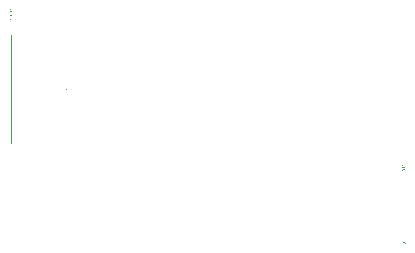
<source format=gm1>
G04*
G04 #@! TF.GenerationSoftware,Altium Limited,Altium Designer,24.2.2 (26)*
G04*
G04 Layer_Color=16711935*
%FSLAX44Y44*%
%MOMM*%
G71*
G04*
G04 #@! TF.SameCoordinates,ED65E515-8F89-4409-9B4D-6018ACB33687*
G04*
G04*
G04 #@! TF.FilePolarity,Positive*
G04*
G01*
G75*
%ADD15C,0.1000*%
G36*
X55105Y241030D02*
X55156Y241020D01*
X55199Y241005D01*
X55235Y240990D01*
X55265Y240972D01*
X55288Y240959D01*
X55301Y240949D01*
X55306Y240944D01*
X55342Y240908D01*
X55369Y240870D01*
X55392Y240830D01*
X55408Y240789D01*
X55420Y240753D01*
X55430Y240725D01*
X55433Y240715D01*
Y240708D01*
X55436Y240702D01*
Y240700D01*
X55278Y240672D01*
X55270Y240713D01*
X55260Y240748D01*
X55248Y240776D01*
X55235Y240802D01*
X55222Y240819D01*
X55212Y240835D01*
X55204Y240842D01*
X55202Y240845D01*
X55176Y240865D01*
X55151Y240878D01*
X55126Y240888D01*
X55103Y240896D01*
X55082Y240901D01*
X55065Y240903D01*
X55049D01*
X55016Y240901D01*
X54986Y240893D01*
X54960Y240885D01*
X54938Y240875D01*
X54920Y240863D01*
X54907Y240855D01*
X54900Y240847D01*
X54897Y240845D01*
X54877Y240822D01*
X54864Y240799D01*
X54854Y240776D01*
X54846Y240753D01*
X54841Y240733D01*
X54839Y240718D01*
Y240708D01*
Y240702D01*
X54841Y240664D01*
X54851Y240631D01*
X54864Y240604D01*
X54879Y240581D01*
X54894Y240563D01*
X54907Y240550D01*
X54917Y240543D01*
X54920Y240540D01*
X54950Y240522D01*
X54981Y240509D01*
X55011Y240502D01*
X55039Y240497D01*
X55065Y240492D01*
X55082Y240489D01*
X55108D01*
X55115Y240492D01*
X55126D01*
X55141Y240355D01*
X55118Y240360D01*
X55095Y240365D01*
X55077Y240367D01*
X55062D01*
X55049Y240370D01*
X55032D01*
X54994Y240367D01*
X54958Y240360D01*
X54928Y240347D01*
X54900Y240334D01*
X54879Y240322D01*
X54864Y240309D01*
X54854Y240301D01*
X54851Y240299D01*
X54828Y240271D01*
X54811Y240243D01*
X54798Y240212D01*
X54788Y240184D01*
X54783Y240161D01*
X54780Y240141D01*
Y240128D01*
Y240123D01*
X54783Y240083D01*
X54793Y240047D01*
X54803Y240014D01*
X54818Y239989D01*
X54831Y239966D01*
X54844Y239948D01*
X54854Y239938D01*
X54856Y239935D01*
X54887Y239910D01*
X54917Y239892D01*
X54950Y239877D01*
X54978Y239869D01*
X55004Y239864D01*
X55026Y239862D01*
X55039Y239859D01*
X55044D01*
X55077Y239862D01*
X55108Y239869D01*
X55136Y239877D01*
X55159Y239890D01*
X55179Y239900D01*
X55192Y239907D01*
X55202Y239915D01*
X55204Y239918D01*
X55227Y239943D01*
X55245Y239974D01*
X55260Y240004D01*
X55273Y240037D01*
X55280Y240065D01*
X55288Y240088D01*
X55291Y240106D01*
X55293Y240108D01*
Y240111D01*
X55451Y240090D01*
X55441Y240035D01*
X55425Y239981D01*
X55405Y239938D01*
X55382Y239900D01*
X55362Y239869D01*
X55344Y239847D01*
X55331Y239834D01*
X55326Y239829D01*
X55283Y239796D01*
X55235Y239770D01*
X55189Y239755D01*
X55143Y239742D01*
X55103Y239735D01*
X55087Y239732D01*
X55072D01*
X55060Y239730D01*
X55044D01*
X55011Y239732D01*
X54978Y239735D01*
X54917Y239748D01*
X54866Y239765D01*
X54821Y239788D01*
X54785Y239809D01*
X54760Y239826D01*
X54750Y239834D01*
X54742Y239839D01*
X54739Y239844D01*
X54737D01*
X54714Y239867D01*
X54696Y239890D01*
X54679Y239913D01*
X54666Y239938D01*
X54643Y239984D01*
X54628Y240029D01*
X54620Y240068D01*
X54615Y240085D01*
Y240098D01*
X54612Y240111D01*
Y240118D01*
Y240123D01*
Y240126D01*
X54615Y240172D01*
X54623Y240210D01*
X54633Y240245D01*
X54643Y240276D01*
X54656Y240299D01*
X54666Y240317D01*
X54674Y240329D01*
X54676Y240332D01*
X54701Y240360D01*
X54729Y240382D01*
X54760Y240403D01*
X54788Y240418D01*
X54813Y240428D01*
X54836Y240436D01*
X54849Y240438D01*
X54851Y240441D01*
X54854D01*
X54823Y240456D01*
X54795Y240474D01*
X54775Y240492D01*
X54755Y240509D01*
X54739Y240525D01*
X54729Y240537D01*
X54724Y240545D01*
X54722Y240548D01*
X54707Y240573D01*
X54696Y240601D01*
X54686Y240626D01*
X54681Y240649D01*
X54679Y240669D01*
X54676Y240685D01*
Y240697D01*
Y240700D01*
X54679Y240733D01*
X54684Y240761D01*
X54691Y240789D01*
X54699Y240814D01*
X54709Y240835D01*
X54717Y240850D01*
X54722Y240860D01*
X54724Y240863D01*
X54742Y240891D01*
X54765Y240916D01*
X54788Y240936D01*
X54808Y240954D01*
X54828Y240969D01*
X54844Y240979D01*
X54854Y240984D01*
X54859Y240987D01*
X54892Y241002D01*
X54928Y241012D01*
X54958Y241023D01*
X54988Y241028D01*
X55014Y241030D01*
X55034Y241033D01*
X55052D01*
X55105Y241030D01*
D02*
G37*
G36*
X55974Y241002D02*
X55997Y240969D01*
X56020Y240941D01*
X56042Y240916D01*
X56065Y240893D01*
X56083Y240875D01*
X56093Y240865D01*
X56098Y240860D01*
X56136Y240830D01*
X56175Y240799D01*
X56213Y240774D01*
X56248Y240753D01*
X56281Y240736D01*
X56304Y240720D01*
X56314Y240718D01*
X56322Y240713D01*
X56325Y240710D01*
X56327D01*
Y240560D01*
X56299Y240571D01*
X56271Y240583D01*
X56243Y240596D01*
X56218Y240609D01*
X56198Y240621D01*
X56180Y240631D01*
X56170Y240637D01*
X56164Y240639D01*
X56131Y240659D01*
X56101Y240680D01*
X56076Y240697D01*
X56053Y240715D01*
X56035Y240728D01*
X56022Y240738D01*
X56015Y240746D01*
X56012Y240748D01*
Y239750D01*
X55855D01*
Y241033D01*
X55956D01*
X55974Y241002D01*
D02*
G37*
G36*
X57673Y240291D02*
X57671Y240220D01*
X57666Y240154D01*
X57658Y240101D01*
X57648Y240055D01*
X57640Y240017D01*
X57635Y240002D01*
X57633Y239991D01*
X57630Y239981D01*
X57628Y239974D01*
X57625Y239971D01*
Y239968D01*
X57605Y239928D01*
X57579Y239892D01*
X57551Y239862D01*
X57526Y239836D01*
X57501Y239816D01*
X57480Y239803D01*
X57467Y239793D01*
X57462Y239791D01*
X57417Y239770D01*
X57368Y239755D01*
X57318Y239745D01*
X57272Y239737D01*
X57231Y239732D01*
X57214D01*
X57198Y239730D01*
X57168D01*
X57102Y239732D01*
X57043Y239740D01*
X56993Y239753D01*
X56949Y239765D01*
X56916Y239775D01*
X56891Y239788D01*
X56876Y239796D01*
X56871Y239798D01*
X56830Y239826D01*
X56797Y239857D01*
X56771Y239887D01*
X56749Y239918D01*
X56733Y239943D01*
X56721Y239966D01*
X56716Y239979D01*
X56713Y239984D01*
X56698Y240029D01*
X56688Y240080D01*
X56677Y240131D01*
X56673Y240179D01*
X56670Y240225D01*
Y240243D01*
X56667Y240258D01*
Y240273D01*
Y240283D01*
Y240289D01*
Y240291D01*
Y241030D01*
X56838D01*
Y240291D01*
Y240248D01*
X56840Y240207D01*
X56845Y240172D01*
X56850Y240139D01*
X56855Y240108D01*
X56863Y240083D01*
X56871Y240060D01*
X56878Y240037D01*
X56886Y240019D01*
X56893Y240004D01*
X56901Y239994D01*
X56906Y239984D01*
X56916Y239971D01*
X56919Y239966D01*
X56952Y239938D01*
X56993Y239918D01*
X57036Y239902D01*
X57081Y239892D01*
X57119Y239887D01*
X57137Y239885D01*
X57153D01*
X57165Y239882D01*
X57183D01*
X57221Y239885D01*
X57259Y239890D01*
X57290Y239895D01*
X57318Y239902D01*
X57338Y239910D01*
X57356Y239918D01*
X57366Y239920D01*
X57368Y239923D01*
X57394Y239940D01*
X57417Y239961D01*
X57435Y239981D01*
X57447Y239999D01*
X57460Y240017D01*
X57467Y240032D01*
X57470Y240042D01*
X57473Y240045D01*
X57483Y240078D01*
X57490Y240116D01*
X57495Y240156D01*
X57498Y240197D01*
X57501Y240235D01*
X57503Y240263D01*
Y240276D01*
Y240283D01*
Y240289D01*
Y240291D01*
Y241030D01*
X57673D01*
Y240291D01*
D02*
G37*
G36*
X341150Y176537D02*
X341206D01*
X341262Y176534D01*
X341311Y176527D01*
X341360Y176523D01*
X341402Y176520D01*
X341441Y176513D01*
X341476Y176509D01*
X341507Y176502D01*
X341532Y176499D01*
X341553Y176495D01*
X341571Y176492D01*
X341581Y176488D01*
X341588Y176485D01*
X341592D01*
X341669Y176464D01*
X341739Y176439D01*
X341798Y176411D01*
X341851Y176390D01*
X341897Y176365D01*
X341928Y176351D01*
X341946Y176337D01*
X341953Y176334D01*
X342005Y176295D01*
X342051Y176257D01*
X342089Y176215D01*
X342124Y176176D01*
X342149Y176141D01*
X342166Y176113D01*
X342177Y176096D01*
X342180Y176092D01*
Y176088D01*
X342209Y176032D01*
X342226Y175973D01*
X342240Y175917D01*
X342251Y175864D01*
X342258Y175819D01*
X342261Y175780D01*
Y175748D01*
X342254Y175654D01*
X342240Y175566D01*
X342215Y175493D01*
X342191Y175429D01*
X342163Y175377D01*
X342152Y175356D01*
X342138Y175338D01*
X342131Y175324D01*
X342124Y175314D01*
X342117Y175310D01*
Y175307D01*
X342061Y175244D01*
X341995Y175191D01*
X341928Y175145D01*
X341865Y175110D01*
X341805Y175082D01*
X341781Y175068D01*
X341756Y175061D01*
X341739Y175054D01*
X341725Y175047D01*
X341718Y175044D01*
X341714D01*
X341662Y175030D01*
X341609Y175016D01*
X341493Y174995D01*
X341378Y174977D01*
X341269Y174967D01*
X341217Y174963D01*
X341171Y174960D01*
X341129D01*
X341090Y174956D01*
X341062D01*
X341038D01*
X341024D01*
X341020D01*
X340898Y174960D01*
X340782Y174967D01*
X340677Y174977D01*
X340579Y174995D01*
X340488Y175012D01*
X340407Y175033D01*
X340333Y175054D01*
X340270Y175075D01*
X340214Y175096D01*
X340165Y175121D01*
X340123Y175138D01*
X340091Y175156D01*
X340063Y175174D01*
X340046Y175184D01*
X340035Y175191D01*
X340032Y175195D01*
X339990Y175233D01*
X339951Y175275D01*
X339916Y175321D01*
X339888Y175366D01*
X339864Y175412D01*
X339842Y175457D01*
X339828Y175503D01*
X339814Y175545D01*
X339804Y175587D01*
X339797Y175626D01*
X339790Y175661D01*
X339786Y175689D01*
X339783Y175713D01*
Y175748D01*
X339790Y175843D01*
X339804Y175931D01*
X339828Y176004D01*
X339853Y176067D01*
X339878Y176120D01*
X339892Y176138D01*
X339902Y176155D01*
X339909Y176169D01*
X339916Y176180D01*
X339923Y176183D01*
Y176187D01*
X339983Y176250D01*
X340046Y176302D01*
X340116Y176348D01*
X340179Y176383D01*
X340239Y176411D01*
X340263Y176425D01*
X340288Y176432D01*
X340305Y176439D01*
X340319Y176446D01*
X340326Y176450D01*
X340330D01*
X340382Y176467D01*
X340435Y176481D01*
X340547Y176502D01*
X340663Y176520D01*
X340775Y176530D01*
X340824Y176534D01*
X340869Y176537D01*
X340912D01*
X340950Y176541D01*
X340978D01*
X341003D01*
X341017D01*
X341020D01*
X341087D01*
X341150Y176537D01*
D02*
G37*
G36*
X342261Y173999D02*
X342201Y173964D01*
X342145Y173926D01*
X342089Y173880D01*
X342040Y173838D01*
X341998Y173796D01*
X341963Y173764D01*
X341953Y173750D01*
X341942Y173740D01*
X341939Y173736D01*
X341935Y173733D01*
X341875Y173659D01*
X341819Y173586D01*
X341770Y173516D01*
X341732Y173445D01*
X341697Y173386D01*
X341683Y173361D01*
X341672Y173340D01*
X341662Y173323D01*
X341658Y173309D01*
X341651Y173302D01*
Y173298D01*
X341364D01*
X341385Y173351D01*
X341409Y173403D01*
X341434Y173456D01*
X341458Y173505D01*
X341479Y173547D01*
X341497Y173582D01*
X341511Y173603D01*
X341515Y173607D01*
Y173610D01*
X341553Y173673D01*
X341592Y173729D01*
X341627Y173778D01*
X341658Y173817D01*
X341683Y173852D01*
X341704Y173873D01*
X341718Y173891D01*
X341721Y173894D01*
X339825D01*
Y174192D01*
X342261D01*
Y173999D01*
D02*
G37*
G36*
X342251Y172334D02*
X340849D01*
X340768D01*
X340691Y172327D01*
X340624Y172320D01*
X340561Y172310D01*
X340505Y172299D01*
X340452Y172285D01*
X340407Y172275D01*
X340368Y172261D01*
X340337Y172247D01*
X340305Y172233D01*
X340284Y172219D01*
X340263Y172208D01*
X340249Y172198D01*
X340239Y172191D01*
X340235Y172187D01*
X340232Y172184D01*
X340204Y172152D01*
X340179Y172117D01*
X340140Y172040D01*
X340112Y171959D01*
X340095Y171875D01*
X340081Y171798D01*
X340077Y171766D01*
Y171735D01*
X340074Y171714D01*
Y171679D01*
X340077Y171605D01*
X340088Y171539D01*
X340098Y171476D01*
X340116Y171427D01*
X340130Y171385D01*
X340140Y171353D01*
X340151Y171335D01*
X340154Y171328D01*
X340186Y171279D01*
X340225Y171237D01*
X340263Y171202D01*
X340298Y171178D01*
X340333Y171157D01*
X340358Y171139D01*
X340375Y171132D01*
X340382Y171129D01*
X340414Y171118D01*
X340445Y171111D01*
X340519Y171097D01*
X340596Y171087D01*
X340673Y171080D01*
X340740Y171076D01*
X340771D01*
X340796Y171073D01*
X340817D01*
X340835D01*
X340845D01*
X340849D01*
X342251D01*
Y170750D01*
X340849D01*
X340778D01*
X340712Y170753D01*
X340649Y170757D01*
X340589Y170764D01*
X340537Y170771D01*
X340488Y170778D01*
X340442Y170789D01*
X340400Y170796D01*
X340361Y170803D01*
X340330Y170813D01*
X340302Y170820D01*
X340281Y170827D01*
X340263Y170834D01*
X340249Y170838D01*
X340242Y170841D01*
X340239D01*
X340162Y170880D01*
X340091Y170929D01*
X340035Y170978D01*
X339986Y171030D01*
X339948Y171076D01*
X339920Y171115D01*
X339913Y171129D01*
X339906Y171139D01*
X339899Y171146D01*
Y171150D01*
X339860Y171237D01*
X339832Y171328D01*
X339811Y171423D01*
X339797Y171511D01*
X339794Y171549D01*
X339790Y171588D01*
X339786Y171623D01*
Y171651D01*
X339783Y171675D01*
Y171707D01*
X339790Y171833D01*
X339797Y171889D01*
X339804Y171942D01*
X339814Y171994D01*
X339825Y172040D01*
X339836Y172082D01*
X339850Y172121D01*
X339864Y172156D01*
X339874Y172184D01*
X339885Y172212D01*
X339895Y172233D01*
X339906Y172250D01*
X339909Y172261D01*
X339916Y172268D01*
Y172271D01*
X339969Y172348D01*
X340028Y172411D01*
X340084Y172461D01*
X340140Y172503D01*
X340190Y172534D01*
X340228Y172555D01*
X340242Y172562D01*
X340253Y172569D01*
X340260Y172573D01*
X340263D01*
X340305Y172587D01*
X340351Y172601D01*
X340445Y172622D01*
X340544Y172636D01*
X340638Y172646D01*
X340680Y172650D01*
X340722Y172653D01*
X340757D01*
X340789Y172657D01*
X340813D01*
X340831D01*
X340845D01*
X340849D01*
X342251D01*
Y172334D01*
D02*
G37*
G36*
X341420Y110662D02*
X341490Y110655D01*
X341556Y110648D01*
X341616Y110641D01*
X341672Y110634D01*
X341725Y110623D01*
X341770Y110613D01*
X341809Y110602D01*
X341844Y110595D01*
X341875Y110585D01*
X341900Y110578D01*
X341917Y110571D01*
X341931Y110564D01*
X341938Y110560D01*
X341942D01*
X342026Y110518D01*
X342100Y110472D01*
X342163Y110420D01*
X342215Y110374D01*
X342254Y110329D01*
X342282Y110294D01*
X342292Y110280D01*
X342299Y110269D01*
X342306Y110266D01*
Y110262D01*
X342349Y110189D01*
X342380Y110115D01*
X342405Y110041D01*
X342419Y109975D01*
X342429Y109915D01*
X342433Y109891D01*
Y109873D01*
X342436Y109856D01*
Y109831D01*
X342433Y109771D01*
X342426Y109715D01*
X342415Y109659D01*
X342401Y109610D01*
X342363Y109516D01*
X342345Y109473D01*
X342324Y109438D01*
X342299Y109403D01*
X342282Y109375D01*
X342261Y109347D01*
X342243Y109326D01*
X342229Y109309D01*
X342219Y109298D01*
X342212Y109291D01*
X342208Y109288D01*
X342166Y109249D01*
X342117Y109218D01*
X342072Y109186D01*
X342023Y109162D01*
X341970Y109141D01*
X341921Y109123D01*
X341830Y109099D01*
X341784Y109088D01*
X341746Y109081D01*
X341707Y109078D01*
X341675Y109074D01*
X341651Y109070D01*
X341633D01*
X341619D01*
X341616D01*
X341549Y109074D01*
X341490Y109081D01*
X341430Y109088D01*
X341374Y109102D01*
X341325Y109120D01*
X341276Y109137D01*
X341234Y109155D01*
X341195Y109176D01*
X341160Y109193D01*
X341129Y109211D01*
X341104Y109228D01*
X341080Y109246D01*
X341062Y109260D01*
X341052Y109267D01*
X341045Y109274D01*
X341041Y109277D01*
X341003Y109316D01*
X340971Y109358D01*
X340939Y109400D01*
X340915Y109445D01*
X340894Y109488D01*
X340876Y109530D01*
X340852Y109610D01*
X340841Y109645D01*
X340834Y109680D01*
X340831Y109708D01*
X340827Y109736D01*
X340824Y109757D01*
Y109785D01*
X340827Y109852D01*
X340838Y109915D01*
X340852Y109971D01*
X340869Y110024D01*
X340883Y110062D01*
X340897Y110094D01*
X340908Y110115D01*
X340911Y110122D01*
X340946Y110178D01*
X340985Y110227D01*
X341023Y110269D01*
X341059Y110304D01*
X341094Y110329D01*
X341118Y110350D01*
X341136Y110364D01*
X341143Y110367D01*
X341115D01*
X341097D01*
X341087D01*
X341083D01*
X341013Y110364D01*
X340946Y110360D01*
X340887Y110353D01*
X340831Y110346D01*
X340785Y110336D01*
X340750Y110329D01*
X340736Y110325D01*
X340726D01*
X340722Y110322D01*
X340719D01*
X340656Y110304D01*
X340599Y110287D01*
X340550Y110269D01*
X340508Y110252D01*
X340477Y110238D01*
X340452Y110224D01*
X340435Y110217D01*
X340431Y110213D01*
X340393Y110185D01*
X340361Y110157D01*
X340333Y110129D01*
X340308Y110101D01*
X340287Y110080D01*
X340273Y110059D01*
X340266Y110045D01*
X340263Y110041D01*
X340242Y110003D01*
X340228Y109961D01*
X340217Y109922D01*
X340210Y109884D01*
X340207Y109852D01*
X340203Y109828D01*
Y109803D01*
X340207Y109747D01*
X340217Y109694D01*
X340231Y109649D01*
X340249Y109610D01*
X340263Y109582D01*
X340277Y109558D01*
X340287Y109544D01*
X340291Y109540D01*
X340330Y109505D01*
X340375Y109477D01*
X340424Y109452D01*
X340473Y109435D01*
X340515Y109421D01*
X340554Y109410D01*
X340568Y109407D01*
X340575D01*
X340582Y109403D01*
X340585D01*
X340561Y109116D01*
X340459Y109137D01*
X340372Y109165D01*
X340294Y109200D01*
X340231Y109235D01*
X340182Y109270D01*
X340161Y109288D01*
X340144Y109302D01*
X340133Y109312D01*
X340123Y109323D01*
X340119Y109326D01*
X340116Y109330D01*
X340088Y109365D01*
X340063Y109403D01*
X340024Y109481D01*
X339996Y109558D01*
X339979Y109631D01*
X339965Y109698D01*
X339961Y109726D01*
Y109750D01*
X339958Y109768D01*
Y109796D01*
X339965Y109894D01*
X339979Y109982D01*
X340004Y110062D01*
X340032Y110129D01*
X340042Y110157D01*
X340056Y110185D01*
X340070Y110206D01*
X340081Y110227D01*
X340088Y110241D01*
X340095Y110252D01*
X340102Y110259D01*
Y110262D01*
X340161Y110332D01*
X340228Y110395D01*
X340298Y110444D01*
X340364Y110486D01*
X340424Y110522D01*
X340452Y110536D01*
X340473Y110546D01*
X340494Y110553D01*
X340508Y110560D01*
X340515Y110564D01*
X340519D01*
X340571Y110581D01*
X340631Y110599D01*
X340750Y110623D01*
X340876Y110641D01*
X340995Y110651D01*
X341048Y110658D01*
X341101Y110662D01*
X341146D01*
X341185Y110665D01*
X341216D01*
X341241D01*
X341258D01*
X341262D01*
X341343D01*
X341420Y110662D01*
D02*
G37*
G36*
X342426Y108334D02*
X341023D01*
X340943D01*
X340866Y108327D01*
X340799Y108320D01*
X340736Y108310D01*
X340680Y108299D01*
X340627Y108285D01*
X340582Y108275D01*
X340543Y108261D01*
X340512Y108247D01*
X340480Y108233D01*
X340459Y108219D01*
X340438Y108208D01*
X340424Y108198D01*
X340414Y108191D01*
X340410Y108187D01*
X340407Y108184D01*
X340379Y108152D01*
X340354Y108117D01*
X340316Y108040D01*
X340287Y107959D01*
X340270Y107875D01*
X340256Y107798D01*
X340252Y107767D01*
Y107735D01*
X340249Y107714D01*
Y107679D01*
X340252Y107605D01*
X340263Y107539D01*
X340273Y107476D01*
X340291Y107427D01*
X340305Y107384D01*
X340316Y107353D01*
X340326Y107335D01*
X340330Y107328D01*
X340361Y107279D01*
X340400Y107237D01*
X340438Y107202D01*
X340473Y107178D01*
X340508Y107157D01*
X340533Y107139D01*
X340550Y107132D01*
X340557Y107129D01*
X340589Y107118D01*
X340620Y107111D01*
X340694Y107097D01*
X340771Y107086D01*
X340848Y107079D01*
X340915Y107076D01*
X340946D01*
X340971Y107072D01*
X340992D01*
X341009D01*
X341020D01*
X341023D01*
X342426D01*
Y106750D01*
X341023D01*
X340953D01*
X340887Y106754D01*
X340824Y106757D01*
X340764Y106764D01*
X340712Y106771D01*
X340662Y106778D01*
X340617Y106789D01*
X340575Y106796D01*
X340536Y106803D01*
X340505Y106813D01*
X340477Y106820D01*
X340456Y106827D01*
X340438Y106834D01*
X340424Y106838D01*
X340417Y106841D01*
X340414D01*
X340336Y106880D01*
X340266Y106929D01*
X340210Y106978D01*
X340161Y107030D01*
X340123Y107076D01*
X340095Y107114D01*
X340088Y107129D01*
X340081Y107139D01*
X340074Y107146D01*
Y107150D01*
X340035Y107237D01*
X340007Y107328D01*
X339986Y107423D01*
X339972Y107511D01*
X339968Y107549D01*
X339965Y107588D01*
X339961Y107623D01*
Y107651D01*
X339958Y107675D01*
Y107707D01*
X339965Y107833D01*
X339972Y107889D01*
X339979Y107942D01*
X339990Y107994D01*
X340000Y108040D01*
X340010Y108082D01*
X340024Y108120D01*
X340039Y108156D01*
X340049Y108184D01*
X340060Y108212D01*
X340070Y108233D01*
X340081Y108250D01*
X340084Y108261D01*
X340091Y108268D01*
Y108271D01*
X340144Y108348D01*
X340203Y108412D01*
X340259Y108461D01*
X340316Y108503D01*
X340364Y108534D01*
X340403Y108555D01*
X340417Y108562D01*
X340428Y108569D01*
X340435Y108573D01*
X340438D01*
X340480Y108587D01*
X340526Y108601D01*
X340620Y108622D01*
X340719Y108636D01*
X340813Y108646D01*
X340855Y108650D01*
X340897Y108653D01*
X340932D01*
X340964Y108657D01*
X340989D01*
X341006D01*
X341020D01*
X341023D01*
X342426D01*
Y108334D01*
D02*
G37*
G36*
X109598Y111604D02*
X109451Y111584D01*
X109438Y111604D01*
X109423Y111620D01*
X109392Y111648D01*
X109377Y111658D01*
X109367Y111668D01*
X109359Y111671D01*
X109356Y111673D01*
X109334Y111686D01*
X109308Y111693D01*
X109285Y111701D01*
X109263Y111704D01*
X109245Y111706D01*
X109229Y111709D01*
X109217D01*
X109174Y111706D01*
X109133Y111696D01*
X109100Y111683D01*
X109072Y111671D01*
X109049Y111655D01*
X109031Y111643D01*
X109021Y111632D01*
X109019Y111630D01*
X108993Y111599D01*
X108975Y111564D01*
X108960Y111531D01*
X108953Y111495D01*
X108947Y111465D01*
X108942Y111442D01*
Y111432D01*
Y111424D01*
Y111422D01*
Y111419D01*
X108945Y111368D01*
X108955Y111325D01*
X108968Y111287D01*
X108981Y111254D01*
X108996Y111229D01*
X109009Y111208D01*
X109019Y111198D01*
X109021Y111193D01*
X109052Y111165D01*
X109085Y111145D01*
X109118Y111130D01*
X109148Y111119D01*
X109174Y111114D01*
X109194Y111112D01*
X109209Y111109D01*
X109214D01*
X109250Y111112D01*
X109280Y111119D01*
X109308Y111127D01*
X109331Y111140D01*
X109351Y111150D01*
X109364Y111158D01*
X109374Y111165D01*
X109377Y111168D01*
X109400Y111193D01*
X109417Y111221D01*
X109433Y111251D01*
X109443Y111282D01*
X109451Y111310D01*
X109455Y111330D01*
X109461Y111345D01*
Y111348D01*
Y111350D01*
X109626Y111338D01*
X109616Y111279D01*
X109600Y111229D01*
X109580Y111183D01*
X109557Y111147D01*
X109537Y111117D01*
X109519Y111094D01*
X109506Y111081D01*
X109501Y111076D01*
X109455Y111043D01*
X109410Y111020D01*
X109362Y111003D01*
X109316Y110992D01*
X109275Y110985D01*
X109257Y110982D01*
X109242D01*
X109232Y110980D01*
X109214D01*
X109176Y110982D01*
X109138Y110987D01*
X109105Y110995D01*
X109072Y111005D01*
X109014Y111028D01*
X108965Y111058D01*
X108945Y111071D01*
X108927Y111086D01*
X108912Y111099D01*
X108899Y111112D01*
X108889Y111119D01*
X108882Y111127D01*
X108879Y111132D01*
X108876Y111135D01*
X108843Y111183D01*
X108818Y111234D01*
X108800Y111285D01*
X108787Y111330D01*
X108780Y111373D01*
X108777Y111391D01*
Y111404D01*
X108775Y111417D01*
Y111427D01*
Y111432D01*
Y111434D01*
Y111467D01*
X108780Y111498D01*
X108793Y111556D01*
X108813Y111607D01*
X108833Y111650D01*
X108854Y111686D01*
X108874Y111711D01*
X108882Y111719D01*
X108887Y111726D01*
X108889Y111729D01*
X108892Y111732D01*
X108914Y111752D01*
X108937Y111770D01*
X108986Y111800D01*
X109034Y111820D01*
X109077Y111833D01*
X109118Y111843D01*
X109133Y111846D01*
X109148D01*
X109161Y111848D01*
X109176D01*
X109222Y111846D01*
X109268Y111836D01*
X109308Y111823D01*
X109344Y111808D01*
X109374Y111792D01*
X109397Y111780D01*
X109412Y111770D01*
X109415Y111767D01*
X109417D01*
X109351Y112113D01*
X108836D01*
Y112262D01*
X109473D01*
X109598Y111604D01*
D02*
G37*
G36*
X110850Y111541D02*
X110848Y111470D01*
X110842Y111404D01*
X110835Y111350D01*
X110825Y111305D01*
X110817Y111267D01*
X110812Y111251D01*
X110809Y111241D01*
X110807Y111231D01*
X110804Y111223D01*
X110802Y111221D01*
Y111218D01*
X110781Y111178D01*
X110756Y111142D01*
X110728Y111112D01*
X110703Y111086D01*
X110677Y111066D01*
X110657Y111053D01*
X110644Y111043D01*
X110639Y111041D01*
X110594Y111020D01*
X110545Y111005D01*
X110494Y110995D01*
X110449Y110987D01*
X110408Y110982D01*
X110390D01*
X110375Y110980D01*
X110344D01*
X110279Y110982D01*
X110220Y110990D01*
X110169Y111003D01*
X110126Y111015D01*
X110093Y111025D01*
X110068Y111038D01*
X110052Y111046D01*
X110047Y111048D01*
X110007Y111076D01*
X109974Y111107D01*
X109948Y111137D01*
X109925Y111168D01*
X109910Y111193D01*
X109897Y111216D01*
X109892Y111229D01*
X109890Y111234D01*
X109875Y111279D01*
X109865Y111330D01*
X109854Y111381D01*
X109849Y111429D01*
X109847Y111475D01*
Y111493D01*
X109844Y111508D01*
Y111523D01*
Y111533D01*
Y111538D01*
Y111541D01*
Y112280D01*
X110014D01*
Y111541D01*
Y111498D01*
X110017Y111457D01*
X110022Y111422D01*
X110027Y111389D01*
X110032Y111358D01*
X110040Y111333D01*
X110047Y111310D01*
X110055Y111287D01*
X110063Y111269D01*
X110070Y111254D01*
X110078Y111244D01*
X110083Y111234D01*
X110093Y111221D01*
X110096Y111216D01*
X110129Y111188D01*
X110169Y111168D01*
X110212Y111152D01*
X110258Y111142D01*
X110296Y111137D01*
X110314Y111135D01*
X110329D01*
X110342Y111132D01*
X110360D01*
X110398Y111135D01*
X110436Y111140D01*
X110466Y111145D01*
X110494Y111152D01*
X110515Y111160D01*
X110533Y111168D01*
X110543Y111170D01*
X110545Y111173D01*
X110571Y111191D01*
X110594Y111211D01*
X110611Y111231D01*
X110624Y111249D01*
X110637Y111267D01*
X110644Y111282D01*
X110647Y111292D01*
X110649Y111295D01*
X110660Y111328D01*
X110667Y111366D01*
X110672Y111406D01*
X110675Y111447D01*
X110677Y111485D01*
X110680Y111513D01*
Y111526D01*
Y111533D01*
Y111538D01*
Y111541D01*
Y112280D01*
X110850D01*
Y111541D01*
D02*
G37*
G36*
X9416Y310214D02*
X9413Y310172D01*
X9410Y310125D01*
X9408Y310075D01*
X9402Y310028D01*
X9396Y309987D01*
Y309981D01*
X9391Y309962D01*
X9385Y309937D01*
X9377Y309904D01*
X9363Y309868D01*
X9347Y309829D01*
X9327Y309787D01*
X9305Y309751D01*
X9302Y309746D01*
X9294Y309735D01*
X9277Y309718D01*
X9258Y309696D01*
X9233Y309671D01*
X9200Y309646D01*
X9164Y309618D01*
X9122Y309596D01*
X9117Y309594D01*
X9103Y309588D01*
X9078Y309577D01*
X9045Y309566D01*
X9006Y309557D01*
X8962Y309546D01*
X8912Y309541D01*
X8859Y309538D01*
X8857D01*
X8848D01*
X8837D01*
X8818Y309541D01*
X8798Y309544D01*
X8774Y309546D01*
X8746Y309552D01*
X8715Y309557D01*
X8652Y309577D01*
X8619Y309588D01*
X8583Y309605D01*
X8547Y309624D01*
X8513Y309643D01*
X8480Y309668D01*
X8447Y309696D01*
X8444Y309699D01*
X8439Y309704D01*
X8430Y309713D01*
X8422Y309726D01*
X8408Y309743D01*
X8394Y309765D01*
X8378Y309793D01*
X8364Y309823D01*
X8347Y309859D01*
X8331Y309901D01*
X8317Y309945D01*
X8306Y309998D01*
X8295Y310053D01*
X8286Y310114D01*
X8281Y310183D01*
X8278Y310255D01*
Y310745D01*
X7500D01*
Y311000D01*
X9416D01*
Y310214D01*
D02*
G37*
G36*
X8522Y309286D02*
X8549D01*
X8577Y309283D01*
X8613Y309281D01*
X8649Y309275D01*
X8729Y309261D01*
X8818Y309242D01*
X8906Y309214D01*
X8992Y309175D01*
X8995Y309173D01*
X9003Y309170D01*
X9014Y309164D01*
X9028Y309153D01*
X9048Y309142D01*
X9070Y309128D01*
X9120Y309092D01*
X9175Y309045D01*
X9230Y308990D01*
X9286Y308926D01*
X9333Y308852D01*
X9336Y308849D01*
X9338Y308841D01*
X9344Y308829D01*
X9352Y308815D01*
X9360Y308793D01*
X9369Y308771D01*
X9380Y308744D01*
X9391Y308713D01*
X9402Y308680D01*
X9413Y308644D01*
X9430Y308566D01*
X9444Y308478D01*
X9449Y308386D01*
Y308359D01*
X9446Y308339D01*
X9444Y308314D01*
X9441Y308284D01*
X9438Y308253D01*
X9430Y308218D01*
X9413Y308143D01*
X9388Y308060D01*
X9372Y308018D01*
X9352Y307979D01*
X9327Y307941D01*
X9302Y307902D01*
X9300Y307899D01*
X9297Y307894D01*
X9288Y307882D01*
X9275Y307869D01*
X9261Y307855D01*
X9241Y307836D01*
X9219Y307816D01*
X9197Y307794D01*
X9169Y307772D01*
X9136Y307750D01*
X9103Y307725D01*
X9067Y307703D01*
X9025Y307683D01*
X8984Y307661D01*
X8940Y307644D01*
X8890Y307628D01*
X8832Y307877D01*
X8834D01*
X8840Y307880D01*
X8851Y307885D01*
X8865Y307891D01*
X8881Y307896D01*
X8904Y307905D01*
X8948Y307927D01*
X8998Y307955D01*
X9048Y307988D01*
X9095Y308029D01*
X9136Y308074D01*
X9142Y308079D01*
X9153Y308096D01*
X9167Y308123D01*
X9186Y308159D01*
X9203Y308206D01*
X9219Y308259D01*
X9230Y308323D01*
X9233Y308392D01*
Y308414D01*
X9230Y308428D01*
Y308447D01*
X9228Y308470D01*
X9219Y308522D01*
X9208Y308580D01*
X9189Y308641D01*
X9161Y308705D01*
X9125Y308763D01*
Y308766D01*
X9120Y308769D01*
X9106Y308788D01*
X9084Y308813D01*
X9050Y308843D01*
X9009Y308879D01*
X8962Y308912D01*
X8904Y308943D01*
X8840Y308971D01*
X8837D01*
X8832Y308973D01*
X8823Y308976D01*
X8810Y308979D01*
X8793Y308984D01*
X8774Y308990D01*
X8727Y308998D01*
X8671Y309009D01*
X8610Y309020D01*
X8544Y309026D01*
X8472Y309029D01*
X8469D01*
X8461D01*
X8447D01*
X8430D01*
X8411Y309026D01*
X8386D01*
X8358Y309023D01*
X8328Y309020D01*
X8261Y309012D01*
X8189Y308998D01*
X8117Y308982D01*
X8045Y308960D01*
X8043D01*
X8037Y308957D01*
X8029Y308951D01*
X8015Y308946D01*
X7982Y308929D01*
X7943Y308904D01*
X7899Y308874D01*
X7852Y308835D01*
X7810Y308791D01*
X7771Y308738D01*
Y308735D01*
X7769Y308730D01*
X7763Y308721D01*
X7757Y308710D01*
X7752Y308696D01*
X7744Y308680D01*
X7727Y308641D01*
X7710Y308591D01*
X7697Y308536D01*
X7685Y308475D01*
X7683Y308411D01*
Y308392D01*
X7685Y308375D01*
Y308356D01*
X7688Y308337D01*
X7699Y308287D01*
X7713Y308229D01*
X7735Y308171D01*
X7766Y308109D01*
X7782Y308079D01*
X7805Y308051D01*
X7807Y308049D01*
X7810Y308046D01*
X7818Y308038D01*
X7827Y308027D01*
X7840Y308015D01*
X7857Y308002D01*
X7874Y307985D01*
X7896Y307971D01*
X7921Y307955D01*
X7948Y307935D01*
X7976Y307918D01*
X8009Y307902D01*
X8045Y307888D01*
X8084Y307874D01*
X8126Y307860D01*
X8170Y307849D01*
X8106Y307595D01*
X8104D01*
X8092Y307597D01*
X8076Y307603D01*
X8054Y307611D01*
X8029Y307619D01*
X7998Y307631D01*
X7965Y307644D01*
X7929Y307661D01*
X7852Y307700D01*
X7774Y307750D01*
X7735Y307780D01*
X7697Y307810D01*
X7663Y307844D01*
X7630Y307882D01*
X7627Y307885D01*
X7622Y307891D01*
X7616Y307905D01*
X7605Y307918D01*
X7591Y307941D01*
X7577Y307963D01*
X7564Y307993D01*
X7550Y308024D01*
X7533Y308060D01*
X7519Y308099D01*
X7505Y308140D01*
X7492Y308184D01*
X7481Y308231D01*
X7475Y308281D01*
X7470Y308334D01*
X7467Y308389D01*
Y308420D01*
X7470Y308442D01*
Y308467D01*
X7472Y308497D01*
X7478Y308530D01*
X7483Y308569D01*
X7497Y308649D01*
X7519Y308732D01*
X7550Y308815D01*
X7569Y308854D01*
X7591Y308893D01*
X7594Y308896D01*
X7597Y308901D01*
X7605Y308912D01*
X7616Y308923D01*
X7627Y308940D01*
X7644Y308960D01*
X7663Y308982D01*
X7685Y309004D01*
X7710Y309026D01*
X7735Y309051D01*
X7799Y309101D01*
X7874Y309148D01*
X7957Y309189D01*
X7960D01*
X7968Y309195D01*
X7982Y309198D01*
X7998Y309206D01*
X8020Y309211D01*
X8048Y309220D01*
X8079Y309231D01*
X8112Y309239D01*
X8148Y309247D01*
X8189Y309258D01*
X8275Y309272D01*
X8372Y309283D01*
X8472Y309289D01*
X8475D01*
X8486D01*
X8502D01*
X8522Y309286D01*
D02*
G37*
G36*
X9416Y306540D02*
X9413Y306520D01*
Y306498D01*
X9408Y306448D01*
X9402Y306393D01*
X9391Y306335D01*
X9377Y306277D01*
X9358Y306224D01*
Y306221D01*
X9355Y306219D01*
X9347Y306202D01*
X9333Y306177D01*
X9313Y306149D01*
X9288Y306116D01*
X9258Y306080D01*
X9219Y306047D01*
X9178Y306017D01*
X9172Y306014D01*
X9156Y306005D01*
X9133Y305992D01*
X9100Y305978D01*
X9061Y305964D01*
X9020Y305950D01*
X8973Y305942D01*
X8926Y305939D01*
X8920D01*
X8906D01*
X8881Y305942D01*
X8851Y305947D01*
X8815Y305956D01*
X8776Y305969D01*
X8738Y305986D01*
X8696Y306008D01*
X8691Y306011D01*
X8679Y306019D01*
X8657Y306036D01*
X8635Y306058D01*
X8608Y306086D01*
X8577Y306119D01*
X8549Y306160D01*
X8522Y306208D01*
Y306205D01*
X8519Y306199D01*
X8516Y306191D01*
X8511Y306180D01*
X8500Y306147D01*
X8480Y306108D01*
X8455Y306066D01*
X8425Y306019D01*
X8389Y305978D01*
X8344Y305939D01*
X8339Y305936D01*
X8322Y305925D01*
X8297Y305909D01*
X8264Y305892D01*
X8220Y305875D01*
X8173Y305859D01*
X8117Y305848D01*
X8056Y305845D01*
X8054D01*
X8051D01*
X8034D01*
X8007Y305848D01*
X7973Y305853D01*
X7935Y305859D01*
X7893Y305870D01*
X7849Y305884D01*
X7805Y305903D01*
X7799Y305906D01*
X7785Y305914D01*
X7766Y305925D01*
X7738Y305942D01*
X7710Y305964D01*
X7680Y305986D01*
X7649Y306014D01*
X7625Y306044D01*
X7622Y306047D01*
X7613Y306058D01*
X7602Y306077D01*
X7591Y306102D01*
X7575Y306133D01*
X7558Y306169D01*
X7544Y306208D01*
X7531Y306255D01*
Y306260D01*
X7525Y306277D01*
X7522Y306304D01*
X7517Y306340D01*
X7511Y306385D01*
X7505Y306437D01*
X7503Y306495D01*
X7500Y306562D01*
Y307293D01*
X9416D01*
Y306540D01*
D02*
G37*
G36*
Y303361D02*
X9189D01*
Y304494D01*
X8605D01*
Y303433D01*
X8378D01*
Y304494D01*
X7727D01*
Y303317D01*
X7500D01*
Y304748D01*
X9416D01*
Y303361D01*
D02*
G37*
G36*
Y302229D02*
X9413Y302179D01*
X9410Y302124D01*
X9405Y302069D01*
X9396Y302013D01*
X9388Y301966D01*
Y301963D01*
X9385Y301958D01*
Y301949D01*
X9380Y301938D01*
X9372Y301908D01*
X9358Y301869D01*
X9338Y301825D01*
X9313Y301778D01*
X9286Y301731D01*
X9250Y301686D01*
X9247Y301684D01*
X9244Y301681D01*
X9236Y301672D01*
X9228Y301661D01*
X9200Y301634D01*
X9161Y301601D01*
X9114Y301565D01*
X9059Y301526D01*
X8995Y301490D01*
X8923Y301459D01*
X8920D01*
X8915Y301457D01*
X8904Y301451D01*
X8887Y301448D01*
X8868Y301440D01*
X8846Y301434D01*
X8821Y301429D01*
X8790Y301421D01*
X8760Y301412D01*
X8724Y301407D01*
X8646Y301393D01*
X8560Y301385D01*
X8466Y301382D01*
X8464D01*
X8458D01*
X8444D01*
X8430D01*
X8411Y301385D01*
X8389D01*
X8336Y301387D01*
X8275Y301396D01*
X8212Y301404D01*
X8145Y301418D01*
X8079Y301434D01*
X8076D01*
X8070Y301437D01*
X8062Y301440D01*
X8051Y301443D01*
X8020Y301454D01*
X7982Y301470D01*
X7937Y301487D01*
X7893Y301509D01*
X7846Y301537D01*
X7802Y301565D01*
X7796Y301567D01*
X7782Y301578D01*
X7763Y301595D01*
X7738Y301617D01*
X7710Y301642D01*
X7683Y301672D01*
X7652Y301703D01*
X7627Y301739D01*
X7625Y301744D01*
X7616Y301756D01*
X7605Y301775D01*
X7591Y301803D01*
X7575Y301836D01*
X7561Y301875D01*
X7544Y301919D01*
X7531Y301969D01*
Y301974D01*
X7528Y301983D01*
X7525Y301991D01*
X7522Y302019D01*
X7517Y302057D01*
X7511Y302102D01*
X7505Y302154D01*
X7503Y302212D01*
X7500Y302276D01*
Y302966D01*
X9416D01*
Y302229D01*
D02*
G37*
G36*
X8494Y301097D02*
X8519D01*
X8549Y301094D01*
X8580Y301088D01*
X8616Y301086D01*
X8655Y301077D01*
X8696Y301072D01*
X8785Y301050D01*
X8876Y301022D01*
X8967Y300983D01*
X8970Y300980D01*
X8978Y300978D01*
X8989Y300972D01*
X9006Y300961D01*
X9028Y300950D01*
X9050Y300936D01*
X9103Y300897D01*
X9164Y300850D01*
X9222Y300792D01*
X9280Y300726D01*
X9305Y300687D01*
X9330Y300648D01*
X9333Y300645D01*
X9336Y300637D01*
X9341Y300626D01*
X9349Y300609D01*
X9358Y300587D01*
X9369Y300562D01*
X9380Y300535D01*
X9391Y300501D01*
X9402Y300465D01*
X9410Y300427D01*
X9421Y300385D01*
X9430Y300341D01*
X9444Y300244D01*
X9449Y300194D01*
Y300105D01*
X9446Y300089D01*
Y300067D01*
X9441Y300014D01*
X9433Y299956D01*
X9419Y299895D01*
X9402Y299829D01*
X9380Y299765D01*
Y299762D01*
X9377Y299757D01*
X9374Y299748D01*
X9369Y299737D01*
X9352Y299707D01*
X9333Y299668D01*
X9305Y299627D01*
X9272Y299582D01*
X9236Y299541D01*
X9192Y299502D01*
X9186Y299496D01*
X9169Y299485D01*
X9145Y299469D01*
X9109Y299447D01*
X9064Y299424D01*
X9009Y299400D01*
X8948Y299375D01*
X8879Y299355D01*
X8818Y299585D01*
X8821D01*
X8823Y299588D01*
X8832Y299591D01*
X8843Y299593D01*
X8868Y299602D01*
X8901Y299613D01*
X8940Y299629D01*
X8976Y299649D01*
X9014Y299668D01*
X9048Y299693D01*
X9050Y299696D01*
X9061Y299704D01*
X9075Y299721D01*
X9095Y299740D01*
X9117Y299765D01*
X9139Y299798D01*
X9161Y299834D01*
X9181Y299876D01*
X9183Y299881D01*
X9189Y299895D01*
X9197Y299920D01*
X9208Y299953D01*
X9216Y299992D01*
X9225Y300036D01*
X9230Y300086D01*
X9233Y300139D01*
Y300169D01*
X9230Y300183D01*
Y300200D01*
X9228Y300241D01*
X9219Y300288D01*
X9211Y300341D01*
X9197Y300391D01*
X9178Y300441D01*
X9175Y300446D01*
X9169Y300463D01*
X9156Y300485D01*
X9142Y300513D01*
X9120Y300546D01*
X9097Y300582D01*
X9070Y300615D01*
X9039Y300645D01*
X9037Y300648D01*
X9025Y300659D01*
X9006Y300673D01*
X8984Y300690D01*
X8956Y300709D01*
X8923Y300728D01*
X8887Y300748D01*
X8848Y300767D01*
X8846D01*
X8840Y300770D01*
X8832Y300773D01*
X8818Y300778D01*
X8801Y300784D01*
X8782Y300789D01*
X8760Y300798D01*
X8735Y300803D01*
X8677Y300817D01*
X8610Y300828D01*
X8541Y300836D01*
X8464Y300839D01*
X8461D01*
X8452D01*
X8439D01*
X8422Y300836D01*
X8400D01*
X8372Y300834D01*
X8344Y300831D01*
X8314Y300828D01*
X8245Y300817D01*
X8173Y300803D01*
X8101Y300781D01*
X8032Y300753D01*
X8029D01*
X8023Y300748D01*
X8015Y300745D01*
X8004Y300737D01*
X7973Y300717D01*
X7935Y300687D01*
X7893Y300651D01*
X7852Y300607D01*
X7813Y300554D01*
X7777Y300496D01*
Y300493D01*
X7774Y300488D01*
X7769Y300479D01*
X7763Y300465D01*
X7757Y300452D01*
X7752Y300432D01*
X7735Y300388D01*
X7721Y300333D01*
X7708Y300272D01*
X7697Y300205D01*
X7694Y300136D01*
Y300108D01*
X7697Y300092D01*
Y300075D01*
X7702Y300033D01*
X7708Y299984D01*
X7719Y299931D01*
X7735Y299873D01*
X7755Y299815D01*
Y299812D01*
X7757Y299806D01*
X7760Y299801D01*
X7766Y299790D01*
X7780Y299759D01*
X7796Y299726D01*
X7816Y299688D01*
X7838Y299646D01*
X7863Y299607D01*
X7890Y299574D01*
X8250D01*
Y300139D01*
X8477D01*
Y299325D01*
X7766D01*
X7763Y299328D01*
X7760Y299333D01*
X7752Y299344D01*
X7741Y299358D01*
X7730Y299375D01*
X7716Y299394D01*
X7699Y299419D01*
X7683Y299444D01*
X7647Y299502D01*
X7608Y299568D01*
X7572Y299638D01*
X7541Y299712D01*
Y299715D01*
X7539Y299721D01*
X7536Y299732D01*
X7531Y299746D01*
X7525Y299765D01*
X7517Y299787D01*
X7511Y299812D01*
X7505Y299837D01*
X7492Y299898D01*
X7478Y299967D01*
X7470Y300042D01*
X7467Y300119D01*
Y300147D01*
X7470Y300166D01*
Y300191D01*
X7472Y300222D01*
X7478Y300255D01*
X7481Y300291D01*
X7497Y300371D01*
X7517Y300457D01*
X7547Y300546D01*
X7564Y300590D01*
X7586Y300634D01*
X7589Y300637D01*
X7591Y300645D01*
X7600Y300657D01*
X7608Y300673D01*
X7622Y300693D01*
X7636Y300712D01*
X7674Y300764D01*
X7724Y300820D01*
X7785Y300878D01*
X7854Y300933D01*
X7935Y300983D01*
X7937D01*
X7946Y300989D01*
X7957Y300994D01*
X7976Y301003D01*
X7996Y301011D01*
X8023Y301019D01*
X8051Y301030D01*
X8084Y301041D01*
X8120Y301052D01*
X8162Y301063D01*
X8203Y301072D01*
X8248Y301080D01*
X8344Y301094D01*
X8447Y301099D01*
X8450D01*
X8461D01*
X8475D01*
X8494Y301097D01*
D02*
G37*
G36*
X9416Y297561D02*
X9189D01*
Y298694D01*
X8605D01*
Y297633D01*
X8378D01*
Y298694D01*
X7727D01*
Y297517D01*
X7500D01*
Y298948D01*
X9416D01*
Y297561D01*
D02*
G37*
%LPC*%
G36*
X341076Y176236D02*
X341045D01*
X341027D01*
X341024D01*
X341020D01*
X340912D01*
X340813Y176229D01*
X340726Y176222D01*
X340642Y176215D01*
X340572Y176204D01*
X340505Y176190D01*
X340449Y176176D01*
X340396Y176166D01*
X340354Y176152D01*
X340319Y176138D01*
X340288Y176127D01*
X340263Y176113D01*
X340246Y176106D01*
X340235Y176099D01*
X340228Y176092D01*
X340225D01*
X340190Y176064D01*
X340162Y176036D01*
X340134Y176008D01*
X340112Y175980D01*
X340077Y175920D01*
X340053Y175868D01*
X340039Y175819D01*
X340032Y175784D01*
X340028Y175770D01*
Y175748D01*
X340032Y175710D01*
X340035Y175675D01*
X340060Y175608D01*
X340091Y175549D01*
X340126Y175496D01*
X340162Y175457D01*
X340193Y175426D01*
X340218Y175408D01*
X340221Y175401D01*
X340225D01*
X340267Y175377D01*
X340316Y175356D01*
X340372Y175335D01*
X340431Y175321D01*
X340494Y175307D01*
X340561Y175296D01*
X340698Y175279D01*
X340761Y175272D01*
X340821Y175268D01*
X340877Y175265D01*
X340922D01*
X340964Y175261D01*
X340996D01*
X341013D01*
X341020D01*
X341129Y175265D01*
X341227Y175268D01*
X341318Y175275D01*
X341402Y175286D01*
X341476Y175296D01*
X341543Y175310D01*
X341602Y175324D01*
X341655Y175338D01*
X341700Y175352D01*
X341739Y175363D01*
X341770Y175377D01*
X341798Y175387D01*
X341816Y175398D01*
X341830Y175405D01*
X341837Y175412D01*
X341841D01*
X341872Y175436D01*
X341900Y175461D01*
X341921Y175489D01*
X341942Y175517D01*
X341974Y175573D01*
X341995Y175626D01*
X342005Y175671D01*
X342012Y175710D01*
X342016Y175724D01*
Y175745D01*
X342012Y175784D01*
X342009Y175822D01*
X341998Y175857D01*
X341984Y175889D01*
X341953Y175948D01*
X341918Y176001D01*
X341879Y176039D01*
X341847Y176071D01*
X341833Y176081D01*
X341823Y176088D01*
X341819Y176096D01*
X341816D01*
X341774Y176120D01*
X341725Y176141D01*
X341669Y176162D01*
X341609Y176176D01*
X341546Y176190D01*
X341479Y176201D01*
X341346Y176218D01*
X341280Y176225D01*
X341220Y176229D01*
X341164Y176232D01*
X341118D01*
X341076Y176236D01*
D02*
G37*
G36*
X341655Y110336D02*
X341640D01*
X341633D01*
X341630D01*
X341539Y110329D01*
X341458Y110315D01*
X341392Y110294D01*
X341335Y110269D01*
X341290Y110241D01*
X341258Y110220D01*
X341237Y110206D01*
X341230Y110199D01*
X341181Y110147D01*
X341146Y110091D01*
X341122Y110034D01*
X341104Y109978D01*
X341094Y109933D01*
X341090Y109894D01*
X341087Y109880D01*
Y109859D01*
X341094Y109785D01*
X341108Y109719D01*
X341132Y109659D01*
X341160Y109607D01*
X341185Y109568D01*
X341209Y109537D01*
X341223Y109519D01*
X341230Y109512D01*
X341286Y109466D01*
X341349Y109431D01*
X341413Y109410D01*
X341472Y109393D01*
X341525Y109382D01*
X341546Y109379D01*
X341567D01*
X341584Y109375D01*
X341595D01*
X341602D01*
X341605D01*
X341697Y109382D01*
X341781Y109396D01*
X341854Y109421D01*
X341914Y109449D01*
X341963Y109473D01*
X341998Y109498D01*
X342009Y109505D01*
X342019Y109512D01*
X342023Y109519D01*
X342026D01*
X342054Y109547D01*
X342082Y109575D01*
X342121Y109635D01*
X342152Y109694D01*
X342170Y109750D01*
X342184Y109796D01*
X342187Y109835D01*
X342191Y109849D01*
Y109905D01*
X342184Y109940D01*
X342166Y110003D01*
X342142Y110059D01*
X342117Y110108D01*
X342089Y110147D01*
X342065Y110175D01*
X342047Y110192D01*
X342043Y110199D01*
X342040D01*
X341980Y110245D01*
X341914Y110280D01*
X341844Y110304D01*
X341777Y110318D01*
X341721Y110329D01*
X341697Y110332D01*
X341672D01*
X341655Y110336D01*
D02*
G37*
G36*
X9189Y310745D02*
X8505D01*
Y310230D01*
X8508Y310211D01*
Y310191D01*
X8511Y310169D01*
X8516Y310117D01*
X8527Y310059D01*
X8544Y310000D01*
X8566Y309948D01*
X8580Y309923D01*
X8596Y309904D01*
X8602Y309898D01*
X8613Y309887D01*
X8635Y309870D01*
X8663Y309851D01*
X8699Y309832D01*
X8743Y309815D01*
X8793Y309804D01*
X8851Y309798D01*
X8854D01*
X8857D01*
X8870D01*
X8895Y309801D01*
X8923Y309807D01*
X8953Y309812D01*
X8989Y309823D01*
X9023Y309840D01*
X9056Y309859D01*
X9059Y309862D01*
X9070Y309870D01*
X9084Y309884D01*
X9103Y309901D01*
X9122Y309926D01*
X9139Y309953D01*
X9156Y309984D01*
X9169Y310020D01*
Y310023D01*
X9172Y310034D01*
X9175Y310050D01*
X9181Y310072D01*
X9183Y310106D01*
X9186Y310147D01*
X9189Y310197D01*
Y310745D01*
D02*
G37*
G36*
Y307038D02*
X8613D01*
Y306567D01*
X8616Y306531D01*
X8619Y306493D01*
X8621Y306454D01*
X8627Y306415D01*
X8632Y306385D01*
X8635Y306379D01*
X8638Y306368D01*
X8646Y306352D01*
X8657Y306329D01*
X8668Y306307D01*
X8685Y306282D01*
X8707Y306257D01*
X8729Y306238D01*
X8732Y306235D01*
X8740Y306230D01*
X8757Y306221D01*
X8776Y306213D01*
X8798Y306205D01*
X8826Y306196D01*
X8859Y306191D01*
X8895Y306188D01*
X8901D01*
X8912D01*
X8929Y306191D01*
X8951Y306194D01*
X8978Y306199D01*
X9006Y306208D01*
X9034Y306219D01*
X9061Y306235D01*
X9064Y306238D01*
X9073Y306243D01*
X9086Y306255D01*
X9100Y306268D01*
X9117Y306288D01*
X9133Y306310D01*
X9150Y306338D01*
X9161Y306368D01*
Y306371D01*
X9167Y306385D01*
X9169Y306404D01*
X9175Y306434D01*
X9181Y306476D01*
X9183Y306523D01*
X9189Y306584D01*
Y307038D01*
D02*
G37*
G36*
X8386D02*
X7727D01*
Y306493D01*
X7730Y306434D01*
X7733Y306410D01*
X7735Y306388D01*
Y306385D01*
X7738Y306374D01*
X7741Y306357D01*
X7746Y306338D01*
X7763Y306291D01*
X7785Y306243D01*
X7788Y306241D01*
X7793Y306232D01*
X7802Y306221D01*
X7813Y306208D01*
X7829Y306194D01*
X7846Y306174D01*
X7868Y306160D01*
X7893Y306144D01*
X7896Y306141D01*
X7904Y306138D01*
X7921Y306133D01*
X7940Y306124D01*
X7962Y306116D01*
X7990Y306111D01*
X8023Y306108D01*
X8056Y306105D01*
X8062D01*
X8073D01*
X8095Y306108D01*
X8120Y306113D01*
X8148Y306119D01*
X8178Y306130D01*
X8209Y306144D01*
X8239Y306163D01*
X8242Y306166D01*
X8253Y306174D01*
X8267Y306185D01*
X8284Y306202D01*
X8303Y306224D01*
X8322Y306252D01*
X8339Y306282D01*
X8353Y306318D01*
X8356Y306324D01*
X8358Y306335D01*
X8364Y306360D01*
X8369Y306390D01*
X8375Y306429D01*
X8380Y306476D01*
X8386Y306534D01*
Y307038D01*
D02*
G37*
G36*
X9189Y302711D02*
X7727D01*
Y302257D01*
X7730Y302237D01*
X7733Y302196D01*
X7735Y302149D01*
X7741Y302099D01*
X7749Y302049D01*
X7760Y302008D01*
X7763Y302002D01*
X7766Y301988D01*
X7774Y301969D01*
X7785Y301944D01*
X7802Y301916D01*
X7818Y301889D01*
X7838Y301861D01*
X7860Y301833D01*
X7865Y301830D01*
X7876Y301819D01*
X7896Y301803D01*
X7924Y301783D01*
X7960Y301761D01*
X8001Y301736D01*
X8048Y301714D01*
X8101Y301695D01*
X8104D01*
X8109Y301692D01*
X8117Y301689D01*
X8128Y301686D01*
X8142Y301684D01*
X8162Y301678D01*
X8181Y301672D01*
X8203Y301667D01*
X8259Y301659D01*
X8322Y301650D01*
X8394Y301645D01*
X8472Y301642D01*
X8475D01*
X8486D01*
X8500D01*
X8522Y301645D01*
X8547D01*
X8574Y301648D01*
X8608Y301650D01*
X8641Y301653D01*
X8715Y301667D01*
X8793Y301684D01*
X8865Y301709D01*
X8901Y301725D01*
X8931Y301742D01*
X8934D01*
X8940Y301747D01*
X8948Y301753D01*
X8959Y301758D01*
X8987Y301780D01*
X9020Y301808D01*
X9056Y301844D01*
X9092Y301886D01*
X9122Y301933D01*
X9147Y301983D01*
X9150Y301988D01*
X9153Y302002D01*
X9161Y302027D01*
X9169Y302063D01*
X9175Y302107D01*
X9183Y302163D01*
X9186Y302196D01*
Y302232D01*
X9189Y302268D01*
Y302711D01*
D02*
G37*
%LPD*%
D15*
X8500Y194350D02*
Y286000D01*
M02*

</source>
